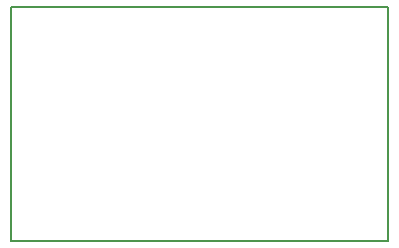
<source format=gm1>
G04 MADE WITH FRITZING*
G04 WWW.FRITZING.ORG*
G04 DOUBLE SIDED*
G04 HOLES PLATED*
G04 CONTOUR ON CENTER OF CONTOUR VECTOR*
%ASAXBY*%
%FSLAX23Y23*%
%MOIN*%
%OFA0B0*%
%SFA1.0B1.0*%
%ADD10R,1.265740X0.787402*%
%ADD11C,0.008000*%
%ADD10C,0.008*%
%LNCONTOUR*%
G90*
G70*
G54D10*
G54D11*
X4Y783D02*
X1262Y783D01*
X1262Y4D01*
X4Y4D01*
X4Y783D01*
D02*
G04 End of contour*
M02*
</source>
